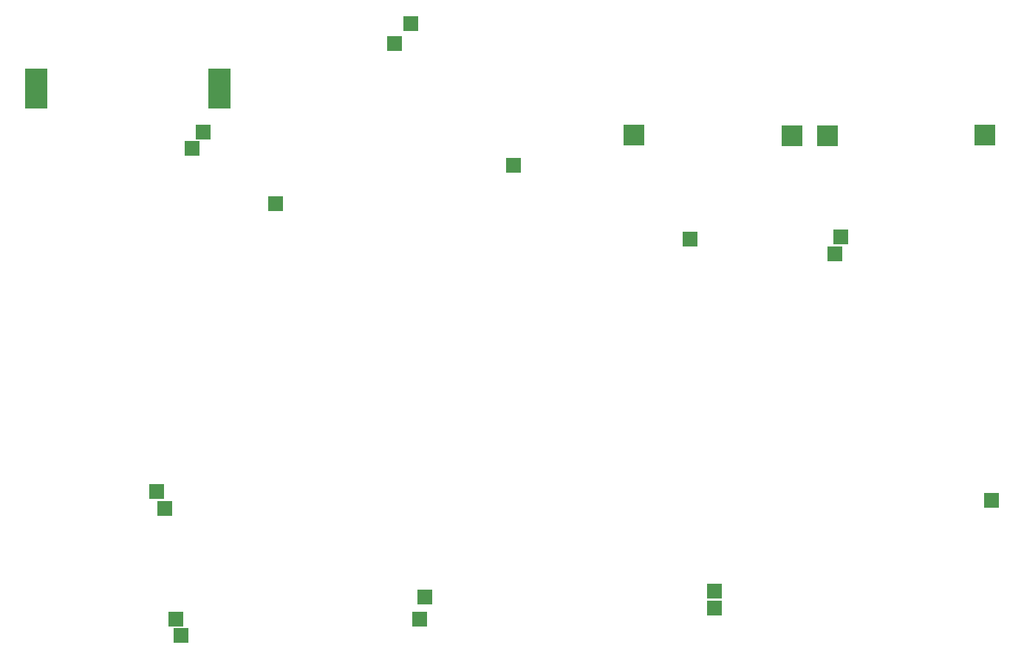
<source format=gtp>
G04 MADE WITH FRITZING*
G04 WWW.FRITZING.ORG*
G04 DOUBLE SIDED*
G04 HOLES PLATED*
G04 CONTOUR ON CENTER OF CONTOUR VECTOR*
%ASAXBY*%
%FSLAX23Y23*%
%MOIN*%
%OFA0B0*%
%SFA1.0B1.0*%
%ADD10R,0.103704X0.183333*%
%ADD11R,0.070866X0.070866*%
%ADD12R,0.094488X0.094488*%
%ADD13R,0.001000X0.001000*%
%LNPASTEMASK1*%
G90*
G70*
G54D10*
X352Y3335D03*
X1181Y3334D03*
G54D11*
X3958Y2590D03*
X3305Y2656D03*
X4664Y1474D03*
X3983Y2665D03*
X2508Y2990D03*
X2044Y3629D03*
X1969Y3540D03*
X1058Y3065D03*
X1108Y3140D03*
X1433Y2815D03*
X983Y940D03*
X933Y1440D03*
X896Y1515D03*
X2083Y940D03*
X2108Y1040D03*
X1008Y865D03*
X3414Y990D03*
G54D12*
X4633Y3126D03*
X3922Y3123D03*
X3764Y3123D03*
X3050Y3126D03*
G54D11*
X3414Y1065D03*
G54D13*
D02*
G04 End of PasteMask1*
M02*
</source>
